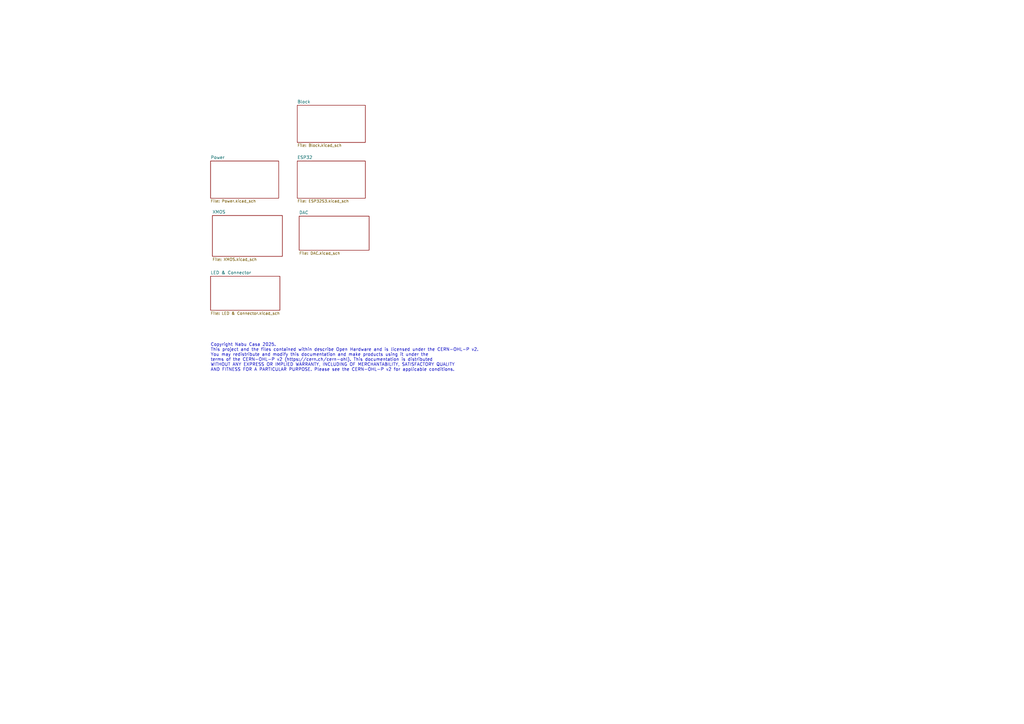
<source format=kicad_sch>
(kicad_sch
	(version 20250114)
	(generator "eeschema")
	(generator_version "9.0")
	(uuid "349ed1f3-025e-4f39-9714-d91e135a7151")
	(paper "A3")
	(title_block
		(comment 1 "Licensed under CERN-OHL-P v2")
	)
	(lib_symbols)
	(text "Copyright Nabu Casa 2025.\nThis project and the files contained within describe Open Hardware and is licensed under the CERN-OHL-P v2.\nYou may redistribute and modify this documentation and make products using it under the\nterms of the CERN-OHL-P v2 (https://cern.ch/cern-ohl). This documentation is distributed\nWITHOUT ANY EXPRESS OR IMPLIED WARRANTY, INCLUDING OF MERCHANTABILITY, SATISFACTORY QUALITY\nAND FITNESS FOR A PARTICULAR PURPOSE. Please see the CERN-OHL-P v2 for applicable conditions."
		(exclude_from_sim no)
		(at 86.36 146.558 0)
		(effects
			(font
				(size 1.27 1.27)
			)
			(justify left)
		)
		(uuid "f895ee2c-f1a8-4004-bbae-c30165791289")
	)
	(sheet
		(at 122.682 88.646)
		(size 28.702 13.97)
		(exclude_from_sim no)
		(in_bom yes)
		(on_board yes)
		(dnp no)
		(fields_autoplaced yes)
		(stroke
			(width 0.1524)
			(type solid)
		)
		(fill
			(color 0 0 0 0.0000)
		)
		(uuid "61d4d449-df96-4e92-9537-f531556a04d7")
		(property "Sheetname" "DAC"
			(at 122.682 87.9344 0)
			(effects
				(font
					(size 1.27 1.27)
				)
				(justify left bottom)
			)
		)
		(property "Sheetfile" "DAC.kicad_sch"
			(at 122.682 103.2006 0)
			(effects
				(font
					(size 1.143 1.143)
				)
				(justify left top)
			)
		)
		(property "字段 2" ""
			(at 122.682 88.646 0)
			(effects
				(font
					(size 1.143 1.143)
				)
				(hide yes)
			)
		)
		(instances
			(project "Home Assistant Voice PE"
				(path "/349ed1f3-025e-4f39-9714-d91e135a7151"
					(page "7")
				)
			)
		)
	)
	(sheet
		(at 87.122 88.392)
		(size 28.702 16.764)
		(exclude_from_sim no)
		(in_bom yes)
		(on_board yes)
		(dnp no)
		(fields_autoplaced yes)
		(stroke
			(width 0.1524)
			(type solid)
		)
		(fill
			(color 0 0 0 0.0000)
		)
		(uuid "643364e4-8361-4170-9de2-28483fec4f8f")
		(property "Sheetname" "XMOS"
			(at 87.122 87.6804 0)
			(effects
				(font
					(size 1.27 1.27)
				)
				(justify left bottom)
			)
		)
		(property "Sheetfile" "XMOS.kicad_sch"
			(at 87.122 105.7406 0)
			(effects
				(font
					(size 1.143 1.143)
				)
				(justify left top)
			)
		)
		(instances
			(project "Home Assistant Voice PE"
				(path "/349ed1f3-025e-4f39-9714-d91e135a7151"
					(page "6")
				)
			)
		)
	)
	(sheet
		(at 121.92 43.18)
		(size 27.94 15.24)
		(exclude_from_sim no)
		(in_bom yes)
		(on_board yes)
		(dnp no)
		(fields_autoplaced yes)
		(stroke
			(width 0.1524)
			(type solid)
		)
		(fill
			(color 0 0 0 0.0000)
		)
		(uuid "89144710-8928-461c-8427-ba88a175dedf")
		(property "Sheetname" "Block"
			(at 121.92 42.4684 0)
			(effects
				(font
					(size 1.27 1.27)
				)
				(justify left bottom)
			)
		)
		(property "Sheetfile" "Block.kicad_sch"
			(at 121.92 58.9538 0)
			(effects
				(font
					(size 1.143 1.143)
				)
				(justify left top)
			)
		)
		(instances
			(project "Home Assistant Voice PE"
				(path "/349ed1f3-025e-4f39-9714-d91e135a7151"
					(page "3")
				)
			)
		)
	)
	(sheet
		(at 121.92 66.04)
		(size 27.94 15.24)
		(exclude_from_sim no)
		(in_bom yes)
		(on_board yes)
		(dnp no)
		(fields_autoplaced yes)
		(stroke
			(width 0.1524)
			(type solid)
		)
		(fill
			(color 0 0 0 0.0000)
		)
		(uuid "a7f78799-685f-4ce7-bb9e-2518ac1a1bda")
		(property "Sheetname" "ESP32"
			(at 121.92 65.3284 0)
			(effects
				(font
					(size 1.27 1.27)
				)
				(justify left bottom)
			)
		)
		(property "Sheetfile" "ESP32S3.kicad_sch"
			(at 121.92 81.8138 0)
			(effects
				(font
					(size 1.143 1.143)
				)
				(justify left top)
			)
		)
		(instances
			(project "Home Assistant Voice PE"
				(path "/349ed1f3-025e-4f39-9714-d91e135a7151"
					(page "5")
				)
			)
		)
	)
	(sheet
		(at 86.36 113.284)
		(size 28.448 13.97)
		(exclude_from_sim no)
		(in_bom yes)
		(on_board yes)
		(dnp no)
		(fields_autoplaced yes)
		(stroke
			(width 0.1524)
			(type solid)
		)
		(fill
			(color 0 0 0 0.0000)
		)
		(uuid "b2f39dc0-ac44-4186-8be9-d62f5b177e00")
		(property "Sheetname" "LED & Connector"
			(at 86.36 112.5724 0)
			(effects
				(font
					(size 1.27 1.27)
				)
				(justify left bottom)
			)
		)
		(property "Sheetfile" "LED & Connector.kicad_sch"
			(at 86.36 127.8386 0)
			(effects
				(font
					(size 1.143 1.143)
				)
				(justify left top)
			)
		)
		(instances
			(project "Home Assistant Voice PE"
				(path "/349ed1f3-025e-4f39-9714-d91e135a7151"
					(page "8")
				)
			)
		)
	)
	(sheet
		(at 86.36 66.04)
		(size 27.94 15.24)
		(exclude_from_sim no)
		(in_bom yes)
		(on_board yes)
		(dnp no)
		(fields_autoplaced yes)
		(stroke
			(width 0.1524)
			(type solid)
		)
		(fill
			(color 0 0 0 0.0000)
		)
		(uuid "cee6f4f6-7555-4cac-941e-fc825fe0305c")
		(property "Sheetname" "Power"
			(at 86.36 65.3284 0)
			(effects
				(font
					(size 1.27 1.27)
				)
				(justify left bottom)
			)
		)
		(property "Sheetfile" "Power.kicad_sch"
			(at 86.36 81.8138 0)
			(effects
				(font
					(size 1.143 1.143)
				)
				(justify left top)
			)
		)
		(instances
			(project "Home Assistant Voice PE"
				(path "/349ed1f3-025e-4f39-9714-d91e135a7151"
					(page "4")
				)
			)
		)
	)
	(sheet_instances
		(path "/"
			(page "1")
		)
	)
	(embedded_fonts no)
)

</source>
